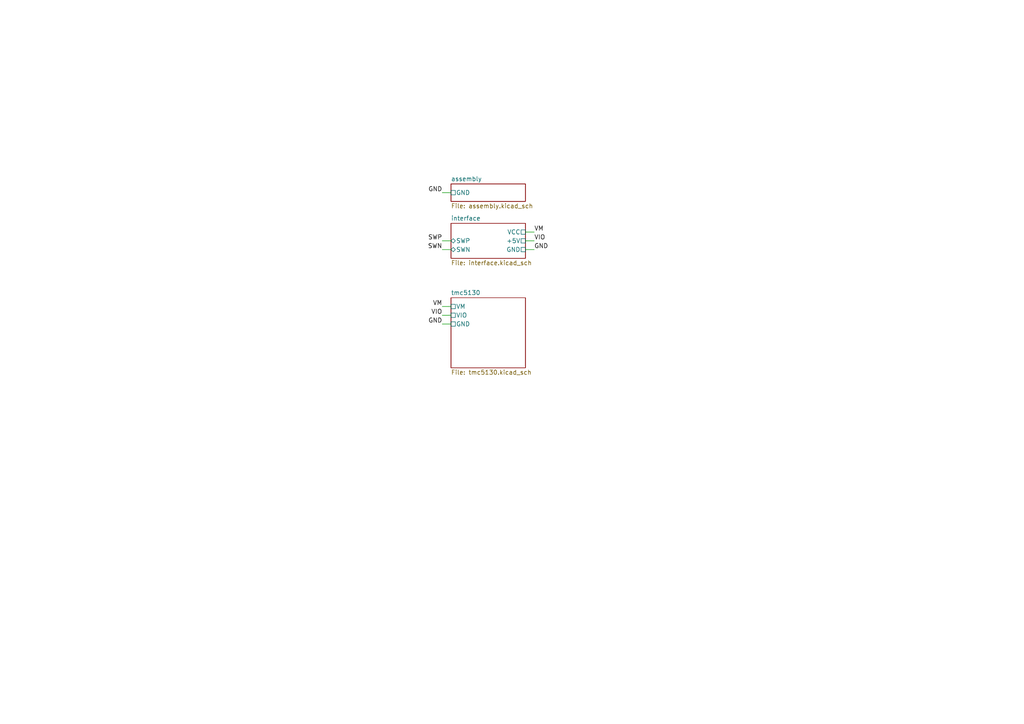
<source format=kicad_sch>
(kicad_sch (version 20230121) (generator eeschema)
  (paper "A4")
  (title_block (title "tmc5130-uart") (date "2024-07-02") (rev "1.0") (company "Howard Hughes Medical Institute"))
  (lib_symbols)
  (wire (pts (xy 130.81 72.39) (xy 128.27 72.39)))
  (wire (pts (xy 128.27 91.44) (xy 130.81 91.44)))
  (wire (pts (xy 154.94 67.31) (xy 152.4 67.31)))
  (wire (pts (xy 128.27 55.88) (xy 130.81 55.88)))
  (wire (pts (xy 128.27 88.9) (xy 130.81 88.9)))
  (wire (pts (xy 128.27 93.98) (xy 130.81 93.98)))
  (wire (pts (xy 154.94 72.39) (xy 152.4 72.39)))
  (wire (pts (xy 154.94 69.85) (xy 152.4 69.85)))
  (wire (pts (xy 130.81 69.85) (xy 128.27 69.85)))
  (label "GND" (at 154.94 72.39 0))
  (label "VIO" (at 154.94 69.85 0))
  (label "VIO" (at 128.27 91.44 180))
  (label "VM" (at 128.27 88.9 180))
  (label "GND" (at 128.27 55.88 180))
  (label "GND" (at 128.27 93.98 180))
  (label "SWP" (at 128.27 69.85 180))
  (label "SWN" (at 128.27 72.39 180))
  (label "VM" (at 154.94 67.31 0))
  (sheet (at 130.81 86.36) (size 21.59 20.32) (stroke (width 0.1524))
    (property "Sheetname" "tmc5130" (at 130.81 85.6484 0) (effects (justify left bottom)))
    (property "Sheetfile" "tmc5130.kicad_sch" (at 130.81 107.2646 0) (effects (justify left top)))
    (pin "VM" passive (at 130.81 88.9 180))
    (pin "VIO" passive (at 130.81 91.44 180))
    (pin "GND" passive (at 130.81 93.98 180))
  )
  (sheet (at 130.81 53.34) (size 21.59 5.08) (stroke (width 0.1524))
    (property "Sheetname" "assembly" (at 130.81 52.6284 0) (effects (justify left bottom)))
    (property "Sheetfile" "assembly.kicad_sch" (at 130.81 59.0046 0) (effects (justify left top)))
    (pin "GND" passive (at 130.81 55.88 180))
  )
  (sheet (at 130.81 64.77) (size 21.59 10.16) (stroke (width 0.1524))
    (property "Sheetname" "interface" (at 130.81 64.0584 0) (effects (justify left bottom)))
    (property "Sheetfile" "interface.kicad_sch" (at 130.81 75.5146 0) (effects (justify left top)))
    (pin "GND" passive (at 152.4 72.39 0))
    (pin "+5V" passive (at 152.4 69.85 0))
    (pin "SWN" bidirectional (at 130.81 72.39 180))
    (pin "SWP" bidirectional (at 130.81 69.85 180))
    (pin "VCC" passive (at 152.4 67.31 0))
  )
)
</source>
